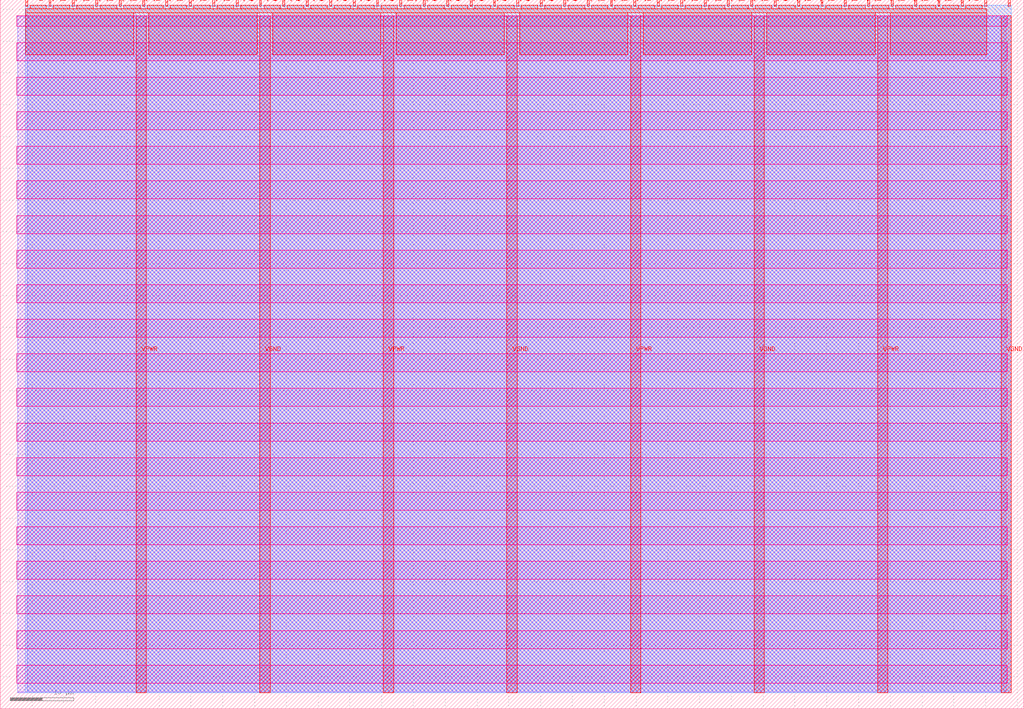
<source format=lef>
VERSION 5.7 ;
  NOWIREEXTENSIONATPIN ON ;
  DIVIDERCHAR "/" ;
  BUSBITCHARS "[]" ;
MACRO tt_um_wokwi_395414987024660481
  CLASS BLOCK ;
  FOREIGN tt_um_wokwi_395414987024660481 ;
  ORIGIN 0.000 0.000 ;
  SIZE 161.000 BY 111.520 ;
  PIN VGND
    DIRECTION INOUT ;
    USE GROUND ;
    PORT
      LAYER met4 ;
        RECT 40.830 2.480 42.430 109.040 ;
    END
    PORT
      LAYER met4 ;
        RECT 79.700 2.480 81.300 109.040 ;
    END
    PORT
      LAYER met4 ;
        RECT 118.570 2.480 120.170 109.040 ;
    END
    PORT
      LAYER met4 ;
        RECT 157.440 2.480 159.040 109.040 ;
    END
  END VGND
  PIN VPWR
    DIRECTION INOUT ;
    USE POWER ;
    PORT
      LAYER met4 ;
        RECT 21.395 2.480 22.995 109.040 ;
    END
    PORT
      LAYER met4 ;
        RECT 60.265 2.480 61.865 109.040 ;
    END
    PORT
      LAYER met4 ;
        RECT 99.135 2.480 100.735 109.040 ;
    END
    PORT
      LAYER met4 ;
        RECT 138.005 2.480 139.605 109.040 ;
    END
  END VPWR
  PIN clk
    DIRECTION INPUT ;
    USE SIGNAL ;
    ANTENNAGATEAREA 0.852000 ;
    PORT
      LAYER met4 ;
        RECT 154.870 110.520 155.170 111.520 ;
    END
  END clk
  PIN ena
    DIRECTION INPUT ;
    USE SIGNAL ;
    PORT
      LAYER met4 ;
        RECT 158.550 110.520 158.850 111.520 ;
    END
  END ena
  PIN rst_n
    DIRECTION INPUT ;
    USE SIGNAL ;
    ANTENNAGATEAREA 0.126000 ;
    PORT
      LAYER met4 ;
        RECT 151.190 110.520 151.490 111.520 ;
    END
  END rst_n
  PIN ui_in[0]
    DIRECTION INPUT ;
    USE SIGNAL ;
    PORT
      LAYER met4 ;
        RECT 147.510 110.520 147.810 111.520 ;
    END
  END ui_in[0]
  PIN ui_in[1]
    DIRECTION INPUT ;
    USE SIGNAL ;
    PORT
      LAYER met4 ;
        RECT 143.830 110.520 144.130 111.520 ;
    END
  END ui_in[1]
  PIN ui_in[2]
    DIRECTION INPUT ;
    USE SIGNAL ;
    PORT
      LAYER met4 ;
        RECT 140.150 110.520 140.450 111.520 ;
    END
  END ui_in[2]
  PIN ui_in[3]
    DIRECTION INPUT ;
    USE SIGNAL ;
    PORT
      LAYER met4 ;
        RECT 136.470 110.520 136.770 111.520 ;
    END
  END ui_in[3]
  PIN ui_in[4]
    DIRECTION INPUT ;
    USE SIGNAL ;
    PORT
      LAYER met4 ;
        RECT 132.790 110.520 133.090 111.520 ;
    END
  END ui_in[4]
  PIN ui_in[5]
    DIRECTION INPUT ;
    USE SIGNAL ;
    PORT
      LAYER met4 ;
        RECT 129.110 110.520 129.410 111.520 ;
    END
  END ui_in[5]
  PIN ui_in[6]
    DIRECTION INPUT ;
    USE SIGNAL ;
    PORT
      LAYER met4 ;
        RECT 125.430 110.520 125.730 111.520 ;
    END
  END ui_in[6]
  PIN ui_in[7]
    DIRECTION INPUT ;
    USE SIGNAL ;
    PORT
      LAYER met4 ;
        RECT 121.750 110.520 122.050 111.520 ;
    END
  END ui_in[7]
  PIN uio_in[0]
    DIRECTION INPUT ;
    USE SIGNAL ;
    PORT
      LAYER met4 ;
        RECT 118.070 110.520 118.370 111.520 ;
    END
  END uio_in[0]
  PIN uio_in[1]
    DIRECTION INPUT ;
    USE SIGNAL ;
    PORT
      LAYER met4 ;
        RECT 114.390 110.520 114.690 111.520 ;
    END
  END uio_in[1]
  PIN uio_in[2]
    DIRECTION INPUT ;
    USE SIGNAL ;
    PORT
      LAYER met4 ;
        RECT 110.710 110.520 111.010 111.520 ;
    END
  END uio_in[2]
  PIN uio_in[3]
    DIRECTION INPUT ;
    USE SIGNAL ;
    PORT
      LAYER met4 ;
        RECT 107.030 110.520 107.330 111.520 ;
    END
  END uio_in[3]
  PIN uio_in[4]
    DIRECTION INPUT ;
    USE SIGNAL ;
    PORT
      LAYER met4 ;
        RECT 103.350 110.520 103.650 111.520 ;
    END
  END uio_in[4]
  PIN uio_in[5]
    DIRECTION INPUT ;
    USE SIGNAL ;
    PORT
      LAYER met4 ;
        RECT 99.670 110.520 99.970 111.520 ;
    END
  END uio_in[5]
  PIN uio_in[6]
    DIRECTION INPUT ;
    USE SIGNAL ;
    PORT
      LAYER met4 ;
        RECT 95.990 110.520 96.290 111.520 ;
    END
  END uio_in[6]
  PIN uio_in[7]
    DIRECTION INPUT ;
    USE SIGNAL ;
    PORT
      LAYER met4 ;
        RECT 92.310 110.520 92.610 111.520 ;
    END
  END uio_in[7]
  PIN uio_oe[0]
    DIRECTION OUTPUT TRISTATE ;
    USE SIGNAL ;
    PORT
      LAYER met4 ;
        RECT 29.750 110.520 30.050 111.520 ;
    END
  END uio_oe[0]
  PIN uio_oe[1]
    DIRECTION OUTPUT TRISTATE ;
    USE SIGNAL ;
    PORT
      LAYER met4 ;
        RECT 26.070 110.520 26.370 111.520 ;
    END
  END uio_oe[1]
  PIN uio_oe[2]
    DIRECTION OUTPUT TRISTATE ;
    USE SIGNAL ;
    PORT
      LAYER met4 ;
        RECT 22.390 110.520 22.690 111.520 ;
    END
  END uio_oe[2]
  PIN uio_oe[3]
    DIRECTION OUTPUT TRISTATE ;
    USE SIGNAL ;
    PORT
      LAYER met4 ;
        RECT 18.710 110.520 19.010 111.520 ;
    END
  END uio_oe[3]
  PIN uio_oe[4]
    DIRECTION OUTPUT TRISTATE ;
    USE SIGNAL ;
    PORT
      LAYER met4 ;
        RECT 15.030 110.520 15.330 111.520 ;
    END
  END uio_oe[4]
  PIN uio_oe[5]
    DIRECTION OUTPUT TRISTATE ;
    USE SIGNAL ;
    PORT
      LAYER met4 ;
        RECT 11.350 110.520 11.650 111.520 ;
    END
  END uio_oe[5]
  PIN uio_oe[6]
    DIRECTION OUTPUT TRISTATE ;
    USE SIGNAL ;
    PORT
      LAYER met4 ;
        RECT 7.670 110.520 7.970 111.520 ;
    END
  END uio_oe[6]
  PIN uio_oe[7]
    DIRECTION OUTPUT TRISTATE ;
    USE SIGNAL ;
    PORT
      LAYER met4 ;
        RECT 3.990 110.520 4.290 111.520 ;
    END
  END uio_oe[7]
  PIN uio_out[0]
    DIRECTION OUTPUT TRISTATE ;
    USE SIGNAL ;
    PORT
      LAYER met4 ;
        RECT 59.190 110.520 59.490 111.520 ;
    END
  END uio_out[0]
  PIN uio_out[1]
    DIRECTION OUTPUT TRISTATE ;
    USE SIGNAL ;
    PORT
      LAYER met4 ;
        RECT 55.510 110.520 55.810 111.520 ;
    END
  END uio_out[1]
  PIN uio_out[2]
    DIRECTION OUTPUT TRISTATE ;
    USE SIGNAL ;
    PORT
      LAYER met4 ;
        RECT 51.830 110.520 52.130 111.520 ;
    END
  END uio_out[2]
  PIN uio_out[3]
    DIRECTION OUTPUT TRISTATE ;
    USE SIGNAL ;
    PORT
      LAYER met4 ;
        RECT 48.150 110.520 48.450 111.520 ;
    END
  END uio_out[3]
  PIN uio_out[4]
    DIRECTION OUTPUT TRISTATE ;
    USE SIGNAL ;
    PORT
      LAYER met4 ;
        RECT 44.470 110.520 44.770 111.520 ;
    END
  END uio_out[4]
  PIN uio_out[5]
    DIRECTION OUTPUT TRISTATE ;
    USE SIGNAL ;
    PORT
      LAYER met4 ;
        RECT 40.790 110.520 41.090 111.520 ;
    END
  END uio_out[5]
  PIN uio_out[6]
    DIRECTION OUTPUT TRISTATE ;
    USE SIGNAL ;
    PORT
      LAYER met4 ;
        RECT 37.110 110.520 37.410 111.520 ;
    END
  END uio_out[6]
  PIN uio_out[7]
    DIRECTION OUTPUT TRISTATE ;
    USE SIGNAL ;
    PORT
      LAYER met4 ;
        RECT 33.430 110.520 33.730 111.520 ;
    END
  END uio_out[7]
  PIN uo_out[0]
    DIRECTION OUTPUT TRISTATE ;
    USE SIGNAL ;
    ANTENNADIFFAREA 0.445500 ;
    PORT
      LAYER met4 ;
        RECT 88.630 110.520 88.930 111.520 ;
    END
  END uo_out[0]
  PIN uo_out[1]
    DIRECTION OUTPUT TRISTATE ;
    USE SIGNAL ;
    ANTENNADIFFAREA 0.445500 ;
    PORT
      LAYER met4 ;
        RECT 84.950 110.520 85.250 111.520 ;
    END
  END uo_out[1]
  PIN uo_out[2]
    DIRECTION OUTPUT TRISTATE ;
    USE SIGNAL ;
    ANTENNADIFFAREA 0.445500 ;
    PORT
      LAYER met4 ;
        RECT 81.270 110.520 81.570 111.520 ;
    END
  END uo_out[2]
  PIN uo_out[3]
    DIRECTION OUTPUT TRISTATE ;
    USE SIGNAL ;
    ANTENNADIFFAREA 0.795200 ;
    PORT
      LAYER met4 ;
        RECT 77.590 110.520 77.890 111.520 ;
    END
  END uo_out[3]
  PIN uo_out[4]
    DIRECTION OUTPUT TRISTATE ;
    USE SIGNAL ;
    ANTENNADIFFAREA 0.445500 ;
    PORT
      LAYER met4 ;
        RECT 73.910 110.520 74.210 111.520 ;
    END
  END uo_out[4]
  PIN uo_out[5]
    DIRECTION OUTPUT TRISTATE ;
    USE SIGNAL ;
    ANTENNADIFFAREA 0.445500 ;
    PORT
      LAYER met4 ;
        RECT 70.230 110.520 70.530 111.520 ;
    END
  END uo_out[5]
  PIN uo_out[6]
    DIRECTION OUTPUT TRISTATE ;
    USE SIGNAL ;
    ANTENNADIFFAREA 0.445500 ;
    PORT
      LAYER met4 ;
        RECT 66.550 110.520 66.850 111.520 ;
    END
  END uo_out[6]
  PIN uo_out[7]
    DIRECTION OUTPUT TRISTATE ;
    USE SIGNAL ;
    PORT
      LAYER met4 ;
        RECT 62.870 110.520 63.170 111.520 ;
    END
  END uo_out[7]
  OBS
      LAYER nwell ;
        RECT 2.570 107.385 158.430 108.990 ;
        RECT 2.570 101.945 158.430 104.775 ;
        RECT 2.570 96.505 158.430 99.335 ;
        RECT 2.570 91.065 158.430 93.895 ;
        RECT 2.570 85.625 158.430 88.455 ;
        RECT 2.570 80.185 158.430 83.015 ;
        RECT 2.570 74.745 158.430 77.575 ;
        RECT 2.570 69.305 158.430 72.135 ;
        RECT 2.570 63.865 158.430 66.695 ;
        RECT 2.570 58.425 158.430 61.255 ;
        RECT 2.570 52.985 158.430 55.815 ;
        RECT 2.570 47.545 158.430 50.375 ;
        RECT 2.570 42.105 158.430 44.935 ;
        RECT 2.570 36.665 158.430 39.495 ;
        RECT 2.570 31.225 158.430 34.055 ;
        RECT 2.570 25.785 158.430 28.615 ;
        RECT 2.570 20.345 158.430 23.175 ;
        RECT 2.570 14.905 158.430 17.735 ;
        RECT 2.570 9.465 158.430 12.295 ;
        RECT 2.570 4.025 158.430 6.855 ;
      LAYER li1 ;
        RECT 2.760 2.635 158.240 108.885 ;
      LAYER met1 ;
        RECT 2.760 2.480 159.040 109.040 ;
      LAYER met2 ;
        RECT 4.230 2.535 159.010 110.685 ;
      LAYER met3 ;
        RECT 3.950 2.555 159.030 110.665 ;
      LAYER met4 ;
        RECT 4.690 110.120 7.270 110.665 ;
        RECT 8.370 110.120 10.950 110.665 ;
        RECT 12.050 110.120 14.630 110.665 ;
        RECT 15.730 110.120 18.310 110.665 ;
        RECT 19.410 110.120 21.990 110.665 ;
        RECT 23.090 110.120 25.670 110.665 ;
        RECT 26.770 110.120 29.350 110.665 ;
        RECT 30.450 110.120 33.030 110.665 ;
        RECT 34.130 110.120 36.710 110.665 ;
        RECT 37.810 110.120 40.390 110.665 ;
        RECT 41.490 110.120 44.070 110.665 ;
        RECT 45.170 110.120 47.750 110.665 ;
        RECT 48.850 110.120 51.430 110.665 ;
        RECT 52.530 110.120 55.110 110.665 ;
        RECT 56.210 110.120 58.790 110.665 ;
        RECT 59.890 110.120 62.470 110.665 ;
        RECT 63.570 110.120 66.150 110.665 ;
        RECT 67.250 110.120 69.830 110.665 ;
        RECT 70.930 110.120 73.510 110.665 ;
        RECT 74.610 110.120 77.190 110.665 ;
        RECT 78.290 110.120 80.870 110.665 ;
        RECT 81.970 110.120 84.550 110.665 ;
        RECT 85.650 110.120 88.230 110.665 ;
        RECT 89.330 110.120 91.910 110.665 ;
        RECT 93.010 110.120 95.590 110.665 ;
        RECT 96.690 110.120 99.270 110.665 ;
        RECT 100.370 110.120 102.950 110.665 ;
        RECT 104.050 110.120 106.630 110.665 ;
        RECT 107.730 110.120 110.310 110.665 ;
        RECT 111.410 110.120 113.990 110.665 ;
        RECT 115.090 110.120 117.670 110.665 ;
        RECT 118.770 110.120 121.350 110.665 ;
        RECT 122.450 110.120 125.030 110.665 ;
        RECT 126.130 110.120 128.710 110.665 ;
        RECT 129.810 110.120 132.390 110.665 ;
        RECT 133.490 110.120 136.070 110.665 ;
        RECT 137.170 110.120 139.750 110.665 ;
        RECT 140.850 110.120 143.430 110.665 ;
        RECT 144.530 110.120 147.110 110.665 ;
        RECT 148.210 110.120 150.790 110.665 ;
        RECT 151.890 110.120 154.470 110.665 ;
        RECT 3.975 109.440 155.185 110.120 ;
        RECT 3.975 102.855 20.995 109.440 ;
        RECT 23.395 102.855 40.430 109.440 ;
        RECT 42.830 102.855 59.865 109.440 ;
        RECT 62.265 102.855 79.300 109.440 ;
        RECT 81.700 102.855 98.735 109.440 ;
        RECT 101.135 102.855 118.170 109.440 ;
        RECT 120.570 102.855 137.605 109.440 ;
        RECT 140.005 102.855 155.185 109.440 ;
  END
END tt_um_wokwi_395414987024660481
END LIBRARY


</source>
